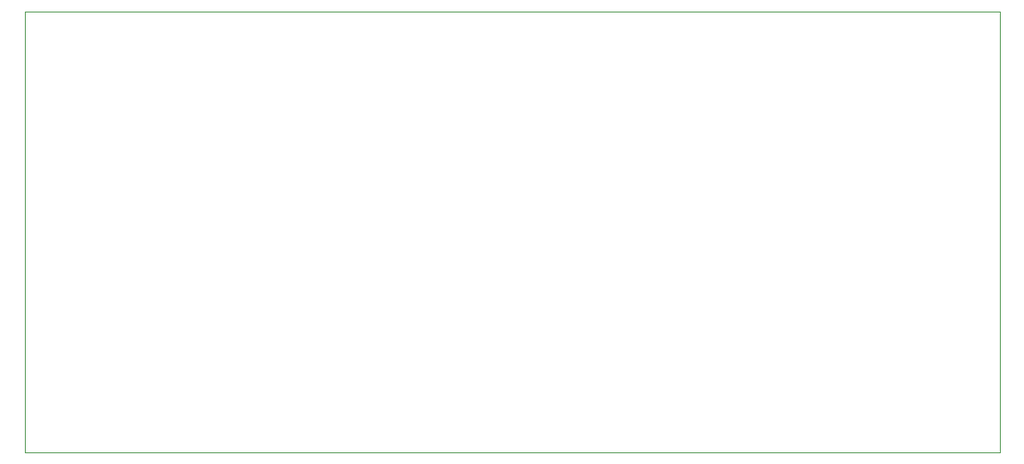
<source format=gbr>
G04 #@! TF.GenerationSoftware,KiCad,Pcbnew,(5.1.4)-1*
G04 #@! TF.CreationDate,2019-10-11T16:00:27-04:00*
G04 #@! TF.ProjectId,CellMan,43656c6c-4d61-46e2-9e6b-696361645f70,0.1*
G04 #@! TF.SameCoordinates,Original*
G04 #@! TF.FileFunction,Profile,NP*
%FSLAX46Y46*%
G04 Gerber Fmt 4.6, Leading zero omitted, Abs format (unit mm)*
G04 Created by KiCad (PCBNEW (5.1.4)-1) date 2019-10-11 16:00:27*
%MOMM*%
%LPD*%
G04 APERTURE LIST*
%ADD10C,0.050000*%
G04 APERTURE END LIST*
D10*
X191080000Y-82380000D02*
X191080000Y-127380000D01*
X91660000Y-82380000D02*
X191080000Y-82380000D01*
X91660000Y-127380000D02*
X191080000Y-127380000D01*
X91660000Y-82380000D02*
X91660000Y-127380000D01*
M02*

</source>
